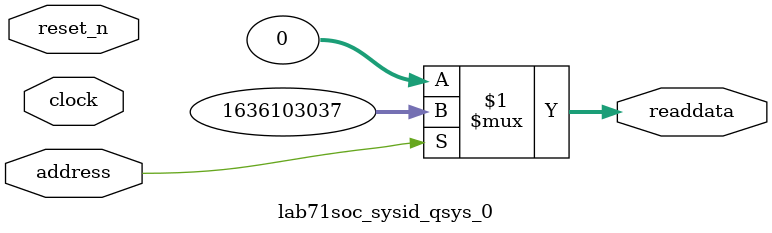
<source format=v>



// synthesis translate_off
`timescale 1ns / 1ps
// synthesis translate_on

// turn off superfluous verilog processor warnings 
// altera message_level Level1 
// altera message_off 10034 10035 10036 10037 10230 10240 10030 

module lab71soc_sysid_qsys_0 (
               // inputs:
                address,
                clock,
                reset_n,

               // outputs:
                readdata
             )
;

  output  [ 31: 0] readdata;
  input            address;
  input            clock;
  input            reset_n;

  wire    [ 31: 0] readdata;
  //control_slave, which is an e_avalon_slave
  assign readdata = address ? 1636103037 : 0;

endmodule



</source>
